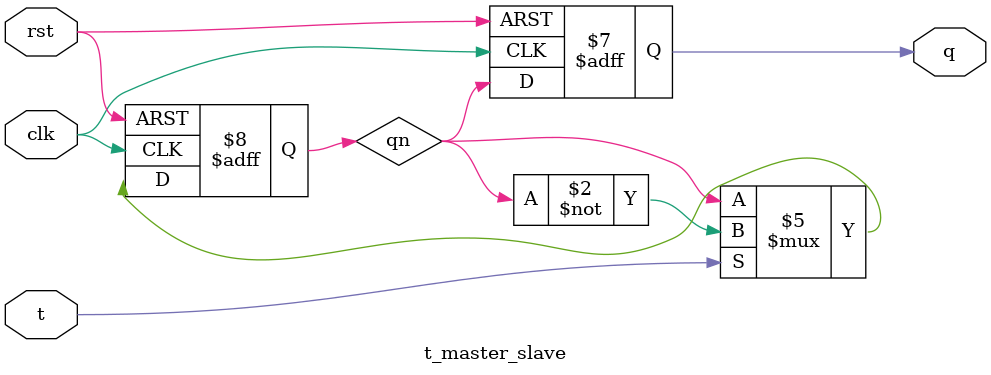
<source format=v>
module  t_master_slave(input t,clk,rst, output reg q);
  reg qn;
  always @(posedge clk or posedge rst)begin
    if (rst)
      qn <=0;
    else if(t) 
      qn <=~qn;
    else
      qn <=qn;
  end
  always @(negedge clk or posedge rst) begin
    if(rst)
      q<=0;
    else
      q<=qn;
  end
    endmodule

</source>
